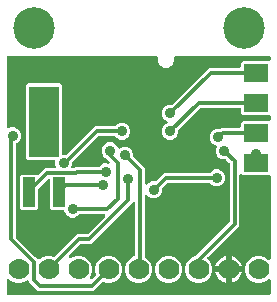
<source format=gbr>
G04 EAGLE Gerber RS-274X export*
G75*
%MOMM*%
%FSLAX34Y34*%
%LPD*%
%INBottom Copper*%
%IPPOS*%
%AMOC8*
5,1,8,0,0,1.08239X$1,22.5*%
G01*
%ADD10R,2.000000X1.500000*%
%ADD11C,3.516000*%
%ADD12C,1.778000*%
%ADD13R,2.500000X6.000000*%
%ADD14R,1.000000X2.500000*%
%ADD15C,0.906400*%
%ADD16C,0.304800*%

G36*
X224908Y2556D02*
X224908Y2556D01*
X225027Y2563D01*
X225065Y2576D01*
X225106Y2581D01*
X225216Y2624D01*
X225329Y2661D01*
X225364Y2683D01*
X225401Y2698D01*
X225497Y2767D01*
X225598Y2831D01*
X225626Y2861D01*
X225659Y2884D01*
X225735Y2976D01*
X225816Y3063D01*
X225836Y3098D01*
X225861Y3129D01*
X225912Y3237D01*
X225970Y3341D01*
X225980Y3381D01*
X225997Y3417D01*
X226019Y3534D01*
X226049Y3649D01*
X226053Y3709D01*
X226057Y3729D01*
X226055Y3750D01*
X226059Y3810D01*
X226059Y15060D01*
X226042Y15197D01*
X226029Y15336D01*
X226022Y15355D01*
X226019Y15375D01*
X225968Y15504D01*
X225921Y15635D01*
X225910Y15652D01*
X225902Y15671D01*
X225821Y15783D01*
X225743Y15898D01*
X225727Y15912D01*
X225716Y15928D01*
X225608Y16017D01*
X225504Y16109D01*
X225486Y16118D01*
X225471Y16131D01*
X225345Y16190D01*
X225221Y16253D01*
X225201Y16258D01*
X225183Y16266D01*
X225046Y16293D01*
X224911Y16323D01*
X224890Y16322D01*
X224871Y16326D01*
X224732Y16318D01*
X224593Y16313D01*
X224573Y16308D01*
X224553Y16306D01*
X224421Y16264D01*
X224287Y16225D01*
X224270Y16215D01*
X224251Y16208D01*
X224133Y16134D01*
X224013Y16063D01*
X223992Y16045D01*
X223982Y16038D01*
X223968Y16023D01*
X223893Y15957D01*
X222375Y14439D01*
X218174Y12699D01*
X213626Y12699D01*
X209425Y14439D01*
X206209Y17655D01*
X204469Y21856D01*
X204469Y26404D01*
X206209Y30605D01*
X209425Y33821D01*
X213626Y35561D01*
X218174Y35561D01*
X222375Y33821D01*
X223893Y32303D01*
X224002Y32218D01*
X224109Y32129D01*
X224128Y32120D01*
X224144Y32108D01*
X224272Y32053D01*
X224397Y31994D01*
X224417Y31990D01*
X224436Y31982D01*
X224574Y31960D01*
X224710Y31934D01*
X224730Y31935D01*
X224750Y31932D01*
X224889Y31945D01*
X225027Y31954D01*
X225046Y31960D01*
X225066Y31962D01*
X225198Y32009D01*
X225329Y32052D01*
X225347Y32062D01*
X225366Y32069D01*
X225481Y32147D01*
X225598Y32222D01*
X225612Y32236D01*
X225629Y32248D01*
X225721Y32352D01*
X225816Y32453D01*
X225826Y32471D01*
X225839Y32486D01*
X225903Y32610D01*
X225970Y32732D01*
X225975Y32751D01*
X225984Y32769D01*
X226014Y32905D01*
X226049Y33040D01*
X226051Y33068D01*
X226054Y33080D01*
X226053Y33100D01*
X226059Y33200D01*
X226059Y102990D01*
X226044Y103108D01*
X226037Y103227D01*
X226024Y103265D01*
X226019Y103306D01*
X225976Y103416D01*
X225939Y103529D01*
X225917Y103564D01*
X225902Y103601D01*
X225833Y103697D01*
X225769Y103798D01*
X225739Y103826D01*
X225716Y103859D01*
X225624Y103935D01*
X225537Y104016D01*
X225502Y104036D01*
X225471Y104061D01*
X225363Y104112D01*
X225259Y104170D01*
X225219Y104180D01*
X225183Y104197D01*
X225066Y104219D01*
X224951Y104249D01*
X224891Y104253D01*
X224871Y104257D01*
X224850Y104255D01*
X224790Y104259D01*
X202308Y104259D01*
X201811Y104755D01*
X201702Y104840D01*
X201595Y104929D01*
X201576Y104938D01*
X201560Y104950D01*
X201432Y105006D01*
X201307Y105065D01*
X201287Y105069D01*
X201268Y105077D01*
X201130Y105099D01*
X200994Y105125D01*
X200974Y105123D01*
X200954Y105127D01*
X200815Y105113D01*
X200677Y105105D01*
X200658Y105099D01*
X200638Y105097D01*
X200507Y105050D01*
X200375Y105007D01*
X200357Y104996D01*
X200338Y104989D01*
X200224Y104911D01*
X200106Y104837D01*
X200092Y104822D01*
X200075Y104811D01*
X199983Y104706D01*
X199888Y104605D01*
X199878Y104587D01*
X199865Y104572D01*
X199802Y104448D01*
X199734Y104327D01*
X199729Y104307D01*
X199720Y104289D01*
X199690Y104153D01*
X199655Y104019D01*
X199653Y103991D01*
X199650Y103979D01*
X199651Y103958D01*
X199645Y103858D01*
X199645Y61206D01*
X196892Y58454D01*
X172814Y34376D01*
X172741Y34282D01*
X172663Y34193D01*
X172644Y34157D01*
X172619Y34125D01*
X172572Y34015D01*
X172518Y33909D01*
X172509Y33870D01*
X172493Y33833D01*
X172474Y33715D01*
X172448Y33599D01*
X172450Y33559D01*
X172443Y33519D01*
X172454Y33400D01*
X172458Y33281D01*
X172469Y33242D01*
X172473Y33202D01*
X172513Y33090D01*
X172546Y32976D01*
X172567Y32941D01*
X172581Y32903D01*
X172648Y32804D01*
X172708Y32702D01*
X172748Y32657D01*
X172759Y32640D01*
X172775Y32626D01*
X172814Y32581D01*
X174791Y30605D01*
X176531Y26404D01*
X176531Y21856D01*
X174791Y17655D01*
X171575Y14439D01*
X167374Y12699D01*
X162826Y12699D01*
X158625Y14439D01*
X155409Y17655D01*
X153669Y21856D01*
X153669Y26404D01*
X155409Y30605D01*
X158625Y33821D01*
X162040Y35235D01*
X162048Y35240D01*
X162057Y35242D01*
X162186Y35318D01*
X162316Y35393D01*
X162323Y35399D01*
X162331Y35404D01*
X162452Y35510D01*
X191144Y64202D01*
X191204Y64280D01*
X191272Y64352D01*
X191301Y64405D01*
X191338Y64453D01*
X191378Y64544D01*
X191426Y64631D01*
X191441Y64689D01*
X191465Y64745D01*
X191480Y64843D01*
X191505Y64939D01*
X191511Y65039D01*
X191515Y65059D01*
X191513Y65071D01*
X191515Y65099D01*
X191515Y113361D01*
X191503Y113459D01*
X191500Y113558D01*
X191483Y113616D01*
X191475Y113676D01*
X191439Y113768D01*
X191411Y113863D01*
X191381Y113915D01*
X191358Y113972D01*
X191300Y114052D01*
X191250Y114137D01*
X191184Y114213D01*
X191172Y114229D01*
X191162Y114237D01*
X191144Y114258D01*
X188386Y117016D01*
X188308Y117076D01*
X188236Y117144D01*
X188183Y117173D01*
X188135Y117210D01*
X188044Y117250D01*
X187957Y117298D01*
X187899Y117313D01*
X187843Y117337D01*
X187745Y117352D01*
X187649Y117377D01*
X187549Y117383D01*
X187529Y117387D01*
X187517Y117385D01*
X187489Y117387D01*
X185283Y117387D01*
X182684Y118464D01*
X180694Y120454D01*
X179617Y123053D01*
X179617Y125867D01*
X180260Y127420D01*
X180292Y127534D01*
X180331Y127647D01*
X180334Y127687D01*
X180344Y127726D01*
X180346Y127845D01*
X180356Y127964D01*
X180349Y128004D01*
X180349Y128044D01*
X180322Y128160D01*
X180301Y128277D01*
X180285Y128314D01*
X180275Y128354D01*
X180220Y128459D01*
X180171Y128567D01*
X180146Y128599D01*
X180127Y128635D01*
X180047Y128723D01*
X179972Y128816D01*
X179940Y128840D01*
X179913Y128870D01*
X179813Y128935D01*
X179718Y129007D01*
X179664Y129034D01*
X179647Y129045D01*
X179628Y129052D01*
X179574Y129078D01*
X177604Y129894D01*
X175614Y131884D01*
X174537Y134483D01*
X174537Y137297D01*
X175614Y139896D01*
X177604Y141886D01*
X180203Y142963D01*
X182409Y142963D01*
X182507Y142975D01*
X182606Y142978D01*
X182664Y142995D01*
X182724Y143003D01*
X182816Y143039D01*
X182911Y143067D01*
X182963Y143097D01*
X183020Y143120D01*
X183100Y143178D01*
X183185Y143228D01*
X183261Y143294D01*
X183277Y143306D01*
X183285Y143316D01*
X183306Y143334D01*
X183736Y143765D01*
X199550Y143765D01*
X199668Y143780D01*
X199787Y143787D01*
X199825Y143800D01*
X199866Y143805D01*
X199976Y143848D01*
X200089Y143885D01*
X200124Y143907D01*
X200161Y143922D01*
X200257Y143991D01*
X200358Y144055D01*
X200386Y144085D01*
X200419Y144108D01*
X200495Y144200D01*
X200576Y144287D01*
X200596Y144322D01*
X200621Y144353D01*
X200672Y144461D01*
X200730Y144565D01*
X200740Y144605D01*
X200757Y144641D01*
X200779Y144758D01*
X200809Y144873D01*
X200813Y144933D01*
X200817Y144953D01*
X200815Y144974D01*
X200819Y145034D01*
X200819Y148252D01*
X202308Y149741D01*
X224790Y149741D01*
X224908Y149756D01*
X225027Y149763D01*
X225065Y149776D01*
X225106Y149781D01*
X225216Y149824D01*
X225329Y149861D01*
X225364Y149883D01*
X225401Y149898D01*
X225497Y149967D01*
X225598Y150031D01*
X225626Y150061D01*
X225659Y150084D01*
X225735Y150176D01*
X225816Y150263D01*
X225836Y150298D01*
X225861Y150329D01*
X225912Y150437D01*
X225970Y150541D01*
X225980Y150581D01*
X225997Y150617D01*
X226019Y150734D01*
X226049Y150849D01*
X226053Y150909D01*
X226057Y150929D01*
X226055Y150950D01*
X226056Y150959D01*
X226057Y150962D01*
X226056Y150966D01*
X226059Y151010D01*
X226059Y153790D01*
X226044Y153908D01*
X226037Y154027D01*
X226024Y154065D01*
X226019Y154106D01*
X225976Y154216D01*
X225939Y154329D01*
X225917Y154364D01*
X225902Y154401D01*
X225833Y154497D01*
X225769Y154598D01*
X225739Y154626D01*
X225716Y154659D01*
X225624Y154735D01*
X225537Y154816D01*
X225502Y154836D01*
X225471Y154861D01*
X225363Y154912D01*
X225259Y154970D01*
X225219Y154980D01*
X225183Y154997D01*
X225066Y155019D01*
X224951Y155049D01*
X224891Y155053D01*
X224871Y155057D01*
X224850Y155055D01*
X224790Y155059D01*
X202308Y155059D01*
X200819Y156548D01*
X200819Y159766D01*
X200804Y159884D01*
X200797Y160003D01*
X200784Y160041D01*
X200779Y160082D01*
X200736Y160192D01*
X200699Y160305D01*
X200677Y160340D01*
X200662Y160377D01*
X200593Y160473D01*
X200529Y160574D01*
X200499Y160602D01*
X200476Y160635D01*
X200384Y160711D01*
X200297Y160792D01*
X200262Y160812D01*
X200231Y160837D01*
X200123Y160888D01*
X200019Y160946D01*
X199979Y160956D01*
X199943Y160973D01*
X199826Y160995D01*
X199711Y161025D01*
X199651Y161029D01*
X199631Y161033D01*
X199610Y161031D01*
X199550Y161035D01*
X167309Y161035D01*
X167211Y161023D01*
X167112Y161020D01*
X167054Y161003D01*
X166994Y160995D01*
X166902Y160959D01*
X166807Y160931D01*
X166755Y160901D01*
X166698Y160878D01*
X166618Y160820D01*
X166533Y160770D01*
X166457Y160704D01*
X166441Y160692D01*
X166433Y160682D01*
X166412Y160664D01*
X148414Y142666D01*
X148354Y142588D01*
X148286Y142516D01*
X148257Y142463D01*
X148220Y142415D01*
X148180Y142324D01*
X148132Y142237D01*
X148117Y142179D01*
X148093Y142123D01*
X148078Y142025D01*
X148053Y141929D01*
X148047Y141829D01*
X148043Y141809D01*
X148045Y141797D01*
X148043Y141769D01*
X148043Y139563D01*
X146966Y136964D01*
X144976Y134974D01*
X142377Y133897D01*
X139563Y133897D01*
X136964Y134974D01*
X134974Y136964D01*
X133897Y139563D01*
X133897Y142377D01*
X134974Y144976D01*
X136964Y146966D01*
X138053Y147417D01*
X138174Y147486D01*
X138297Y147551D01*
X138312Y147565D01*
X138330Y147575D01*
X138429Y147672D01*
X138532Y147765D01*
X138544Y147782D01*
X138558Y147796D01*
X138631Y147915D01*
X138707Y148031D01*
X138714Y148050D01*
X138724Y148067D01*
X138765Y148200D01*
X138810Y148332D01*
X138812Y148352D01*
X138818Y148371D01*
X138825Y148510D01*
X138836Y148649D01*
X138832Y148669D01*
X138833Y148689D01*
X138805Y148825D01*
X138781Y148962D01*
X138773Y148981D01*
X138769Y149000D01*
X138708Y149125D01*
X138651Y149252D01*
X138638Y149268D01*
X138629Y149286D01*
X138539Y149391D01*
X138452Y149500D01*
X138436Y149513D01*
X138423Y149528D01*
X138309Y149608D01*
X138198Y149692D01*
X138173Y149704D01*
X138163Y149711D01*
X138144Y149718D01*
X138053Y149763D01*
X136964Y150214D01*
X134974Y152204D01*
X133897Y154803D01*
X133897Y157617D01*
X134974Y160216D01*
X136964Y162206D01*
X139563Y163283D01*
X141769Y163283D01*
X141867Y163295D01*
X141966Y163298D01*
X142024Y163315D01*
X142084Y163323D01*
X142176Y163359D01*
X142271Y163387D01*
X142323Y163417D01*
X142380Y163440D01*
X142460Y163498D01*
X142545Y163548D01*
X142621Y163614D01*
X142637Y163626D01*
X142645Y163636D01*
X142666Y163654D01*
X173576Y194565D01*
X199550Y194565D01*
X199668Y194580D01*
X199787Y194587D01*
X199825Y194600D01*
X199866Y194605D01*
X199976Y194648D01*
X200089Y194685D01*
X200124Y194707D01*
X200161Y194722D01*
X200257Y194791D01*
X200358Y194855D01*
X200386Y194885D01*
X200419Y194908D01*
X200495Y195000D01*
X200576Y195087D01*
X200596Y195122D01*
X200621Y195153D01*
X200672Y195261D01*
X200730Y195365D01*
X200740Y195405D01*
X200757Y195441D01*
X200779Y195558D01*
X200809Y195673D01*
X200813Y195733D01*
X200817Y195753D01*
X200815Y195774D01*
X200819Y195834D01*
X200819Y199052D01*
X202308Y200541D01*
X224790Y200541D01*
X224908Y200556D01*
X225027Y200563D01*
X225065Y200576D01*
X225106Y200581D01*
X225216Y200624D01*
X225329Y200661D01*
X225364Y200683D01*
X225401Y200698D01*
X225497Y200767D01*
X225598Y200831D01*
X225626Y200861D01*
X225659Y200884D01*
X225735Y200976D01*
X225816Y201063D01*
X225836Y201098D01*
X225861Y201129D01*
X225912Y201237D01*
X225970Y201341D01*
X225980Y201381D01*
X225997Y201417D01*
X226019Y201534D01*
X226049Y201649D01*
X226053Y201709D01*
X226057Y201729D01*
X226057Y201732D01*
X226056Y201751D01*
X226059Y201810D01*
X226059Y203200D01*
X226044Y203318D01*
X226037Y203437D01*
X226024Y203475D01*
X226019Y203516D01*
X225976Y203626D01*
X225939Y203739D01*
X225917Y203774D01*
X225902Y203811D01*
X225833Y203907D01*
X225769Y204008D01*
X225739Y204036D01*
X225716Y204069D01*
X225624Y204145D01*
X225537Y204226D01*
X225502Y204246D01*
X225471Y204271D01*
X225363Y204322D01*
X225259Y204380D01*
X225219Y204390D01*
X225183Y204407D01*
X225066Y204429D01*
X224951Y204459D01*
X224891Y204463D01*
X224871Y204467D01*
X224850Y204465D01*
X224790Y204469D01*
X145880Y204469D01*
X145762Y204454D01*
X145643Y204447D01*
X145605Y204434D01*
X145564Y204429D01*
X145454Y204386D01*
X145341Y204349D01*
X145306Y204327D01*
X145269Y204312D01*
X145173Y204243D01*
X145072Y204179D01*
X145044Y204149D01*
X145011Y204126D01*
X144935Y204034D01*
X144854Y203947D01*
X144834Y203912D01*
X144809Y203881D01*
X144758Y203773D01*
X144700Y203669D01*
X144690Y203629D01*
X144673Y203593D01*
X144651Y203476D01*
X144621Y203361D01*
X144617Y203301D01*
X144613Y203281D01*
X144615Y203260D01*
X144611Y203200D01*
X144611Y200579D01*
X143539Y197992D01*
X141558Y196011D01*
X138971Y194939D01*
X136169Y194939D01*
X133582Y196011D01*
X131601Y197992D01*
X130529Y200579D01*
X130529Y203200D01*
X130514Y203318D01*
X130507Y203437D01*
X130494Y203475D01*
X130489Y203516D01*
X130446Y203626D01*
X130409Y203739D01*
X130387Y203774D01*
X130372Y203811D01*
X130303Y203907D01*
X130239Y204008D01*
X130209Y204036D01*
X130186Y204069D01*
X130094Y204145D01*
X130007Y204226D01*
X129972Y204246D01*
X129941Y204271D01*
X129833Y204322D01*
X129729Y204380D01*
X129689Y204390D01*
X129653Y204407D01*
X129536Y204429D01*
X129421Y204459D01*
X129361Y204463D01*
X129341Y204467D01*
X129320Y204465D01*
X129260Y204469D01*
X3810Y204469D01*
X3692Y204454D01*
X3573Y204447D01*
X3535Y204434D01*
X3494Y204429D01*
X3384Y204386D01*
X3271Y204349D01*
X3236Y204327D01*
X3199Y204312D01*
X3103Y204243D01*
X3002Y204179D01*
X2974Y204149D01*
X2941Y204126D01*
X2865Y204034D01*
X2784Y203947D01*
X2764Y203912D01*
X2739Y203881D01*
X2688Y203773D01*
X2630Y203669D01*
X2620Y203629D01*
X2603Y203593D01*
X2581Y203476D01*
X2551Y203361D01*
X2547Y203301D01*
X2543Y203281D01*
X2545Y203260D01*
X2541Y203200D01*
X2541Y144611D01*
X2547Y144562D01*
X2545Y144512D01*
X2567Y144405D01*
X2581Y144296D01*
X2599Y144249D01*
X2609Y144201D01*
X2657Y144102D01*
X2698Y144000D01*
X2727Y143960D01*
X2749Y143915D01*
X2820Y143832D01*
X2884Y143743D01*
X2923Y143711D01*
X2955Y143673D01*
X3045Y143610D01*
X3129Y143540D01*
X3174Y143519D01*
X3215Y143490D01*
X3318Y143451D01*
X3417Y143404D01*
X3466Y143395D01*
X3512Y143377D01*
X3622Y143365D01*
X3729Y143344D01*
X3779Y143348D01*
X3828Y143342D01*
X3937Y143357D01*
X4047Y143364D01*
X4094Y143379D01*
X4143Y143386D01*
X4296Y143438D01*
X6213Y144233D01*
X9027Y144233D01*
X11626Y143156D01*
X13616Y141166D01*
X14693Y138567D01*
X14693Y135753D01*
X13616Y133154D01*
X11626Y131164D01*
X11198Y130987D01*
X11173Y130972D01*
X11145Y130963D01*
X11035Y130894D01*
X10922Y130829D01*
X10901Y130809D01*
X10876Y130793D01*
X10787Y130698D01*
X10694Y130608D01*
X10678Y130583D01*
X10658Y130561D01*
X10595Y130447D01*
X10527Y130337D01*
X10519Y130309D01*
X10504Y130283D01*
X10472Y130157D01*
X10434Y130033D01*
X10432Y130003D01*
X10425Y129975D01*
X10415Y129814D01*
X10415Y51739D01*
X10427Y51641D01*
X10430Y51542D01*
X10447Y51484D01*
X10455Y51424D01*
X10491Y51332D01*
X10519Y51237D01*
X10549Y51185D01*
X10572Y51128D01*
X10630Y51048D01*
X10680Y50963D01*
X10746Y50887D01*
X10758Y50871D01*
X10768Y50863D01*
X10786Y50842D01*
X26712Y34916D01*
X28819Y32809D01*
X28913Y32736D01*
X29002Y32658D01*
X29038Y32639D01*
X29070Y32614D01*
X29180Y32567D01*
X29286Y32513D01*
X29325Y32504D01*
X29362Y32488D01*
X29480Y32469D01*
X29596Y32443D01*
X29636Y32445D01*
X29676Y32438D01*
X29795Y32449D01*
X29914Y32453D01*
X29953Y32464D01*
X29993Y32468D01*
X30105Y32508D01*
X30219Y32541D01*
X30254Y32562D01*
X30292Y32576D01*
X30391Y32643D01*
X30493Y32703D01*
X30538Y32743D01*
X30555Y32754D01*
X30569Y32770D01*
X30614Y32809D01*
X31625Y33821D01*
X35826Y35561D01*
X40374Y35561D01*
X42000Y34887D01*
X42029Y34879D01*
X42055Y34866D01*
X42182Y34837D01*
X42307Y34803D01*
X42337Y34803D01*
X42366Y34796D01*
X42495Y34800D01*
X42625Y34798D01*
X42654Y34805D01*
X42683Y34806D01*
X42808Y34842D01*
X42934Y34872D01*
X42961Y34886D01*
X42989Y34894D01*
X43101Y34960D01*
X43216Y35021D01*
X43237Y35041D01*
X43263Y35056D01*
X43384Y35162D01*
X61816Y53595D01*
X70181Y53595D01*
X70279Y53607D01*
X70378Y53610D01*
X70436Y53627D01*
X70496Y53635D01*
X70588Y53671D01*
X70683Y53699D01*
X70735Y53729D01*
X70792Y53752D01*
X70872Y53810D01*
X70957Y53860D01*
X71033Y53926D01*
X71049Y53938D01*
X71057Y53948D01*
X71078Y53966D01*
X85810Y68699D01*
X85895Y68808D01*
X85984Y68915D01*
X85993Y68934D01*
X86005Y68950D01*
X86061Y69078D01*
X86120Y69203D01*
X86123Y69223D01*
X86131Y69242D01*
X86153Y69380D01*
X86179Y69516D01*
X86178Y69536D01*
X86181Y69556D01*
X86168Y69695D01*
X86160Y69833D01*
X86153Y69852D01*
X86151Y69872D01*
X86104Y70004D01*
X86062Y70135D01*
X86051Y70153D01*
X86044Y70172D01*
X85966Y70287D01*
X85891Y70404D01*
X85877Y70418D01*
X85865Y70435D01*
X85761Y70527D01*
X85660Y70622D01*
X85642Y70632D01*
X85627Y70645D01*
X85503Y70708D01*
X85381Y70776D01*
X85362Y70781D01*
X85344Y70790D01*
X85208Y70820D01*
X85073Y70855D01*
X85045Y70857D01*
X85033Y70860D01*
X85013Y70859D01*
X84913Y70865D01*
X64883Y70865D01*
X64785Y70853D01*
X64686Y70850D01*
X64628Y70833D01*
X64568Y70825D01*
X64476Y70789D01*
X64381Y70761D01*
X64328Y70731D01*
X64272Y70708D01*
X64192Y70650D01*
X64107Y70600D01*
X64031Y70534D01*
X64015Y70522D01*
X64007Y70512D01*
X63986Y70494D01*
X62426Y68934D01*
X59827Y67857D01*
X57013Y67857D01*
X54414Y68934D01*
X52424Y70924D01*
X51392Y73416D01*
X51377Y73441D01*
X51368Y73469D01*
X51299Y73579D01*
X51234Y73692D01*
X51214Y73713D01*
X51198Y73738D01*
X51103Y73827D01*
X51013Y73920D01*
X50988Y73936D01*
X50966Y73956D01*
X50852Y74019D01*
X50742Y74087D01*
X50714Y74095D01*
X50688Y74110D01*
X50562Y74142D01*
X50438Y74180D01*
X50408Y74182D01*
X50380Y74189D01*
X50219Y74199D01*
X40938Y74199D01*
X39449Y75688D01*
X39449Y99217D01*
X39432Y99354D01*
X39419Y99493D01*
X39412Y99512D01*
X39409Y99532D01*
X39358Y99661D01*
X39311Y99792D01*
X39300Y99809D01*
X39292Y99828D01*
X39211Y99940D01*
X39133Y100055D01*
X39117Y100069D01*
X39106Y100085D01*
X38998Y100174D01*
X38894Y100266D01*
X38876Y100275D01*
X38861Y100288D01*
X38735Y100347D01*
X38611Y100410D01*
X38591Y100415D01*
X38573Y100424D01*
X38437Y100450D01*
X38301Y100480D01*
X38280Y100480D01*
X38261Y100483D01*
X38122Y100475D01*
X37983Y100470D01*
X37963Y100465D01*
X37943Y100464D01*
X37811Y100421D01*
X37677Y100382D01*
X37660Y100372D01*
X37641Y100366D01*
X37523Y100291D01*
X37403Y100221D01*
X37382Y100202D01*
X37372Y100195D01*
X37358Y100180D01*
X37283Y100114D01*
X29502Y92334D01*
X29442Y92256D01*
X29374Y92184D01*
X29345Y92131D01*
X29308Y92083D01*
X29268Y91992D01*
X29220Y91905D01*
X29205Y91847D01*
X29181Y91791D01*
X29166Y91693D01*
X29141Y91597D01*
X29135Y91497D01*
X29131Y91477D01*
X29133Y91465D01*
X29131Y91437D01*
X29131Y75688D01*
X27642Y74199D01*
X15538Y74199D01*
X14049Y75688D01*
X14049Y102792D01*
X15538Y104281D01*
X27642Y104281D01*
X27900Y104023D01*
X27994Y103950D01*
X28083Y103872D01*
X28119Y103853D01*
X28151Y103828D01*
X28260Y103781D01*
X28366Y103727D01*
X28406Y103718D01*
X28443Y103702D01*
X28561Y103683D01*
X28677Y103657D01*
X28717Y103658D01*
X28757Y103652D01*
X28876Y103663D01*
X28995Y103667D01*
X29033Y103678D01*
X29074Y103682D01*
X29186Y103722D01*
X29300Y103755D01*
X29335Y103776D01*
X29373Y103790D01*
X29471Y103856D01*
X29574Y103917D01*
X29619Y103957D01*
X29636Y103968D01*
X29650Y103983D01*
X29695Y104023D01*
X35146Y109475D01*
X43033Y109475D01*
X43083Y109481D01*
X43132Y109479D01*
X43240Y109501D01*
X43349Y109515D01*
X43395Y109533D01*
X43444Y109543D01*
X43542Y109591D01*
X43644Y109632D01*
X43685Y109661D01*
X43729Y109683D01*
X43813Y109754D01*
X43902Y109818D01*
X43934Y109857D01*
X43971Y109889D01*
X44035Y109979D01*
X44105Y110063D01*
X44126Y110108D01*
X44154Y110149D01*
X44193Y110252D01*
X44240Y110351D01*
X44249Y110400D01*
X44267Y110446D01*
X44279Y110556D01*
X44300Y110663D01*
X44297Y110713D01*
X44302Y110762D01*
X44287Y110871D01*
X44280Y110981D01*
X44265Y111028D01*
X44258Y111077D01*
X44206Y111230D01*
X43727Y112385D01*
X43727Y115430D01*
X43712Y115548D01*
X43705Y115667D01*
X43692Y115705D01*
X43687Y115746D01*
X43644Y115856D01*
X43607Y115969D01*
X43585Y116004D01*
X43570Y116041D01*
X43501Y116137D01*
X43437Y116238D01*
X43407Y116266D01*
X43384Y116299D01*
X43292Y116375D01*
X43205Y116456D01*
X43170Y116476D01*
X43139Y116501D01*
X43031Y116552D01*
X42927Y116610D01*
X42887Y116620D01*
X42851Y116637D01*
X42734Y116659D01*
X42619Y116689D01*
X42559Y116693D01*
X42539Y116697D01*
X42518Y116695D01*
X42458Y116699D01*
X20738Y116699D01*
X19249Y118188D01*
X19249Y180292D01*
X20738Y181781D01*
X47842Y181781D01*
X49331Y180292D01*
X49331Y122134D01*
X49346Y122016D01*
X49353Y121897D01*
X49366Y121859D01*
X49371Y121818D01*
X49414Y121708D01*
X49451Y121595D01*
X49473Y121560D01*
X49488Y121523D01*
X49557Y121427D01*
X49621Y121326D01*
X49651Y121298D01*
X49674Y121265D01*
X49766Y121189D01*
X49853Y121108D01*
X49888Y121088D01*
X49919Y121063D01*
X50027Y121012D01*
X50131Y120954D01*
X50171Y120944D01*
X50207Y120927D01*
X50324Y120905D01*
X50439Y120875D01*
X50499Y120871D01*
X50519Y120867D01*
X50540Y120869D01*
X50600Y120865D01*
X52361Y120865D01*
X52459Y120877D01*
X52558Y120880D01*
X52616Y120897D01*
X52676Y120905D01*
X52768Y120941D01*
X52863Y120969D01*
X52915Y120999D01*
X52972Y121022D01*
X53052Y121080D01*
X53137Y121130D01*
X53213Y121196D01*
X53229Y121208D01*
X53237Y121218D01*
X53258Y121236D01*
X77056Y145035D01*
X93867Y145035D01*
X93965Y145047D01*
X94064Y145050D01*
X94122Y145067D01*
X94182Y145075D01*
X94274Y145111D01*
X94369Y145139D01*
X94422Y145169D01*
X94478Y145192D01*
X94558Y145250D01*
X94643Y145300D01*
X94719Y145366D01*
X94735Y145378D01*
X94743Y145388D01*
X94764Y145406D01*
X96324Y146966D01*
X98923Y148043D01*
X101737Y148043D01*
X104336Y146966D01*
X106326Y144976D01*
X107403Y142377D01*
X107403Y139563D01*
X106326Y136964D01*
X104336Y134974D01*
X101737Y133897D01*
X98923Y133897D01*
X96324Y134974D01*
X94764Y136534D01*
X94686Y136594D01*
X94614Y136662D01*
X94561Y136691D01*
X94513Y136728D01*
X94422Y136768D01*
X94335Y136816D01*
X94277Y136831D01*
X94221Y136855D01*
X94123Y136870D01*
X94027Y136895D01*
X93927Y136901D01*
X93907Y136905D01*
X93895Y136903D01*
X93867Y136905D01*
X80949Y136905D01*
X80851Y136893D01*
X80752Y136890D01*
X80694Y136873D01*
X80634Y136865D01*
X80542Y136829D01*
X80447Y136801D01*
X80395Y136771D01*
X80338Y136748D01*
X80258Y136690D01*
X80173Y136640D01*
X80097Y136574D01*
X80081Y136562D01*
X80073Y136552D01*
X80052Y136534D01*
X58244Y114726D01*
X58184Y114648D01*
X58116Y114576D01*
X58087Y114523D01*
X58050Y114475D01*
X58010Y114384D01*
X57962Y114297D01*
X57947Y114239D01*
X57923Y114183D01*
X57908Y114085D01*
X57883Y113989D01*
X57877Y113889D01*
X57873Y113869D01*
X57875Y113857D01*
X57873Y113829D01*
X57873Y112385D01*
X57394Y111230D01*
X57381Y111182D01*
X57360Y111137D01*
X57339Y111029D01*
X57310Y110923D01*
X57309Y110873D01*
X57300Y110824D01*
X57307Y110715D01*
X57305Y110605D01*
X57317Y110557D01*
X57320Y110507D01*
X57354Y110403D01*
X57379Y110296D01*
X57403Y110252D01*
X57418Y110205D01*
X57477Y110112D01*
X57528Y110015D01*
X57561Y109978D01*
X57588Y109936D01*
X57668Y109861D01*
X57742Y109779D01*
X57783Y109752D01*
X57820Y109718D01*
X57916Y109665D01*
X58008Y109605D01*
X58055Y109588D01*
X58098Y109564D01*
X58204Y109537D01*
X58308Y109501D01*
X58358Y109497D01*
X58406Y109485D01*
X58567Y109475D01*
X58751Y109475D01*
X58849Y109487D01*
X58948Y109490D01*
X59006Y109507D01*
X59066Y109515D01*
X59158Y109551D01*
X59253Y109579D01*
X59305Y109609D01*
X59362Y109632D01*
X59442Y109690D01*
X59527Y109740D01*
X59603Y109806D01*
X59619Y109818D01*
X59627Y109828D01*
X59648Y109846D01*
X60546Y110745D01*
X79897Y110745D01*
X79995Y110757D01*
X80094Y110760D01*
X80152Y110777D01*
X80212Y110785D01*
X80304Y110821D01*
X80399Y110849D01*
X80452Y110879D01*
X80508Y110902D01*
X80588Y110960D01*
X80673Y111010D01*
X80749Y111076D01*
X80765Y111088D01*
X80773Y111098D01*
X80794Y111116D01*
X82354Y112676D01*
X84953Y113753D01*
X87767Y113753D01*
X87935Y113683D01*
X88003Y113665D01*
X88067Y113637D01*
X88155Y113623D01*
X88242Y113599D01*
X88312Y113598D01*
X88381Y113587D01*
X88470Y113595D01*
X88560Y113594D01*
X88628Y113610D01*
X88697Y113617D01*
X88782Y113647D01*
X88869Y113668D01*
X88931Y113701D01*
X88997Y113724D01*
X89071Y113775D01*
X89150Y113817D01*
X89202Y113864D01*
X89260Y113903D01*
X89319Y113970D01*
X89386Y114031D01*
X89424Y114089D01*
X89470Y114141D01*
X89511Y114221D01*
X89561Y114296D01*
X89583Y114362D01*
X89615Y114425D01*
X89635Y114512D01*
X89664Y114597D01*
X89669Y114667D01*
X89685Y114735D01*
X89682Y114825D01*
X89689Y114914D01*
X89677Y114983D01*
X89675Y115053D01*
X89650Y115139D01*
X89635Y115228D01*
X89606Y115291D01*
X89586Y115358D01*
X89541Y115436D01*
X89504Y115518D01*
X89460Y115572D01*
X89425Y115632D01*
X89319Y115753D01*
X87100Y117972D01*
X87093Y117977D01*
X87087Y117985D01*
X86967Y118075D01*
X86849Y118167D01*
X86840Y118170D01*
X86833Y118176D01*
X86688Y118247D01*
X86164Y118464D01*
X84174Y120454D01*
X83097Y123053D01*
X83097Y125867D01*
X84174Y128466D01*
X86164Y130456D01*
X88763Y131533D01*
X91577Y131533D01*
X94176Y130456D01*
X96166Y128466D01*
X96762Y127027D01*
X96787Y126983D01*
X96804Y126937D01*
X96865Y126846D01*
X96920Y126750D01*
X96954Y126715D01*
X96982Y126673D01*
X97065Y126601D01*
X97141Y126522D01*
X97184Y126496D01*
X97221Y126463D01*
X97319Y126413D01*
X97412Y126356D01*
X97460Y126341D01*
X97504Y126318D01*
X97611Y126294D01*
X97716Y126262D01*
X97766Y126260D01*
X97814Y126249D01*
X97924Y126252D01*
X98034Y126247D01*
X98083Y126257D01*
X98132Y126258D01*
X98238Y126289D01*
X98345Y126311D01*
X98390Y126333D01*
X98438Y126347D01*
X98532Y126403D01*
X98631Y126451D01*
X98669Y126483D01*
X98712Y126508D01*
X98833Y126615D01*
X98864Y126646D01*
X101463Y127723D01*
X104277Y127723D01*
X106876Y126646D01*
X108866Y124656D01*
X109943Y122057D01*
X109943Y119851D01*
X109955Y119753D01*
X109958Y119654D01*
X109975Y119596D01*
X109983Y119536D01*
X110019Y119444D01*
X110047Y119349D01*
X110077Y119297D01*
X110100Y119240D01*
X110158Y119160D01*
X110208Y119075D01*
X110274Y118999D01*
X110286Y118983D01*
X110296Y118975D01*
X110314Y118954D01*
X119635Y109634D01*
X119635Y97141D01*
X119652Y97003D01*
X119665Y96865D01*
X119672Y96846D01*
X119675Y96826D01*
X119726Y96697D01*
X119773Y96566D01*
X119784Y96549D01*
X119792Y96530D01*
X119873Y96418D01*
X119951Y96303D01*
X119967Y96289D01*
X119978Y96273D01*
X120086Y96184D01*
X120190Y96092D01*
X120208Y96083D01*
X120223Y96070D01*
X120349Y96011D01*
X120473Y95947D01*
X120493Y95943D01*
X120511Y95934D01*
X120648Y95908D01*
X120783Y95878D01*
X120804Y95878D01*
X120823Y95875D01*
X120962Y95883D01*
X121101Y95887D01*
X121121Y95893D01*
X121141Y95894D01*
X121273Y95937D01*
X121407Y95976D01*
X121424Y95986D01*
X121443Y95992D01*
X121561Y96067D01*
X121681Y96137D01*
X121702Y96156D01*
X121712Y96163D01*
X121726Y96178D01*
X121801Y96244D01*
X122994Y97436D01*
X125593Y98513D01*
X127799Y98513D01*
X127897Y98525D01*
X127996Y98528D01*
X128054Y98545D01*
X128114Y98553D01*
X128206Y98589D01*
X128301Y98617D01*
X128353Y98647D01*
X128410Y98670D01*
X128490Y98728D01*
X128575Y98778D01*
X128651Y98844D01*
X128667Y98856D01*
X128675Y98866D01*
X128696Y98884D01*
X135443Y105632D01*
X173807Y105632D01*
X173905Y105644D01*
X174004Y105647D01*
X174063Y105664D01*
X174123Y105671D01*
X174215Y105708D01*
X174310Y105735D01*
X174362Y105766D01*
X174418Y105788D01*
X174498Y105847D01*
X174584Y105897D01*
X174659Y105963D01*
X174676Y105975D01*
X174683Y105985D01*
X174705Y106003D01*
X176264Y107563D01*
X178864Y108640D01*
X181677Y108640D01*
X184277Y107563D01*
X186266Y105573D01*
X187343Y102974D01*
X187343Y100160D01*
X186266Y97560D01*
X184277Y95571D01*
X181677Y94494D01*
X178864Y94494D01*
X176264Y95571D01*
X174705Y97130D01*
X174626Y97191D01*
X174554Y97259D01*
X174501Y97288D01*
X174453Y97325D01*
X174362Y97365D01*
X174276Y97412D01*
X174217Y97428D01*
X174161Y97452D01*
X174064Y97467D01*
X173968Y97492D01*
X173868Y97498D01*
X173847Y97501D01*
X173835Y97500D01*
X173807Y97502D01*
X139336Y97502D01*
X139238Y97490D01*
X139139Y97487D01*
X139081Y97470D01*
X139021Y97462D01*
X138929Y97426D01*
X138834Y97398D01*
X138781Y97368D01*
X138725Y97345D01*
X138645Y97287D01*
X138560Y97237D01*
X138484Y97170D01*
X138468Y97158D01*
X138460Y97149D01*
X138439Y97130D01*
X134444Y93136D01*
X134384Y93058D01*
X134316Y92986D01*
X134287Y92933D01*
X134250Y92885D01*
X134210Y92794D01*
X134162Y92707D01*
X134147Y92649D01*
X134123Y92593D01*
X134108Y92495D01*
X134083Y92399D01*
X134077Y92299D01*
X134073Y92279D01*
X134075Y92267D01*
X134073Y92239D01*
X134073Y90033D01*
X132996Y87434D01*
X131006Y85444D01*
X128407Y84367D01*
X125593Y84367D01*
X122994Y85444D01*
X121801Y86636D01*
X121692Y86721D01*
X121585Y86810D01*
X121566Y86819D01*
X121550Y86831D01*
X121423Y86886D01*
X121297Y86946D01*
X121277Y86949D01*
X121258Y86957D01*
X121120Y86979D01*
X120984Y87005D01*
X120964Y87004D01*
X120944Y87007D01*
X120805Y86994D01*
X120667Y86986D01*
X120648Y86979D01*
X120628Y86978D01*
X120496Y86930D01*
X120365Y86888D01*
X120347Y86877D01*
X120328Y86870D01*
X120213Y86792D01*
X120096Y86717D01*
X120082Y86703D01*
X120065Y86691D01*
X119973Y86587D01*
X119878Y86486D01*
X119868Y86468D01*
X119855Y86453D01*
X119791Y86329D01*
X119724Y86207D01*
X119719Y86188D01*
X119710Y86170D01*
X119680Y86034D01*
X119645Y85899D01*
X119643Y85871D01*
X119640Y85859D01*
X119641Y85839D01*
X119635Y85739D01*
X119635Y35141D01*
X119638Y35112D01*
X119636Y35082D01*
X119658Y34954D01*
X119675Y34825D01*
X119685Y34798D01*
X119690Y34769D01*
X119744Y34650D01*
X119792Y34530D01*
X119809Y34506D01*
X119821Y34479D01*
X119902Y34377D01*
X119978Y34272D01*
X120001Y34254D01*
X120020Y34230D01*
X120123Y34152D01*
X120223Y34070D01*
X120250Y34057D01*
X120274Y34039D01*
X120418Y33968D01*
X120775Y33820D01*
X123991Y30605D01*
X125731Y26404D01*
X125731Y21856D01*
X123991Y17655D01*
X120775Y14439D01*
X116574Y12699D01*
X112026Y12699D01*
X107825Y14439D01*
X104609Y17655D01*
X102869Y21856D01*
X102869Y26404D01*
X104609Y30605D01*
X107825Y33821D01*
X110722Y35020D01*
X110747Y35035D01*
X110775Y35044D01*
X110885Y35114D01*
X110998Y35178D01*
X111019Y35198D01*
X111044Y35214D01*
X111133Y35309D01*
X111226Y35399D01*
X111242Y35424D01*
X111262Y35446D01*
X111325Y35560D01*
X111393Y35670D01*
X111401Y35699D01*
X111416Y35724D01*
X111448Y35850D01*
X111486Y35974D01*
X111488Y36004D01*
X111495Y36032D01*
X111505Y36193D01*
X111505Y79833D01*
X111488Y79970D01*
X111475Y80109D01*
X111468Y80128D01*
X111465Y80148D01*
X111414Y80277D01*
X111367Y80408D01*
X111356Y80425D01*
X111348Y80444D01*
X111267Y80556D01*
X111189Y80671D01*
X111173Y80685D01*
X111162Y80701D01*
X111054Y80790D01*
X110950Y80882D01*
X110932Y80891D01*
X110917Y80904D01*
X110791Y80963D01*
X110667Y81026D01*
X110647Y81031D01*
X110629Y81040D01*
X110493Y81066D01*
X110357Y81096D01*
X110336Y81096D01*
X110317Y81099D01*
X110178Y81091D01*
X110039Y81086D01*
X110019Y81081D01*
X109999Y81080D01*
X109867Y81037D01*
X109733Y80998D01*
X109716Y80988D01*
X109697Y80982D01*
X109579Y80907D01*
X109459Y80837D01*
X109438Y80818D01*
X109428Y80811D01*
X109414Y80797D01*
X109339Y80730D01*
X74074Y45465D01*
X65709Y45465D01*
X65611Y45453D01*
X65512Y45450D01*
X65454Y45433D01*
X65394Y45425D01*
X65302Y45389D01*
X65207Y45361D01*
X65155Y45331D01*
X65098Y45308D01*
X65018Y45250D01*
X64933Y45200D01*
X64857Y45134D01*
X64841Y45122D01*
X64833Y45112D01*
X64812Y45094D01*
X55586Y35867D01*
X55543Y35812D01*
X55493Y35764D01*
X55446Y35687D01*
X55391Y35616D01*
X55363Y35552D01*
X55327Y35493D01*
X55300Y35407D01*
X55265Y35324D01*
X55254Y35255D01*
X55233Y35189D01*
X55229Y35099D01*
X55215Y35010D01*
X55221Y34941D01*
X55218Y34871D01*
X55236Y34783D01*
X55245Y34694D01*
X55268Y34628D01*
X55282Y34560D01*
X55322Y34479D01*
X55352Y34394D01*
X55391Y34337D01*
X55422Y34274D01*
X55480Y34206D01*
X55531Y34131D01*
X55583Y34085D01*
X55628Y34032D01*
X55702Y33980D01*
X55769Y33921D01*
X55831Y33889D01*
X55888Y33849D01*
X55972Y33817D01*
X56052Y33776D01*
X56120Y33761D01*
X56186Y33736D01*
X56275Y33726D01*
X56363Y33706D01*
X56432Y33709D01*
X56502Y33701D01*
X56591Y33713D01*
X56681Y33716D01*
X56748Y33736D01*
X56817Y33745D01*
X56969Y33797D01*
X61226Y35561D01*
X65774Y35561D01*
X69975Y33821D01*
X73191Y30605D01*
X74931Y26404D01*
X74931Y21856D01*
X73167Y17599D01*
X73149Y17532D01*
X73121Y17468D01*
X73107Y17379D01*
X73083Y17292D01*
X73082Y17223D01*
X73071Y17154D01*
X73080Y17064D01*
X73078Y16974D01*
X73095Y16906D01*
X73101Y16837D01*
X73132Y16752D01*
X73152Y16665D01*
X73185Y16603D01*
X73209Y16538D01*
X73259Y16463D01*
X73301Y16384D01*
X73348Y16332D01*
X73387Y16275D01*
X73455Y16215D01*
X73515Y16149D01*
X73573Y16110D01*
X73626Y16064D01*
X73706Y16023D01*
X73781Y15974D01*
X73847Y15951D01*
X73909Y15919D01*
X73997Y15900D01*
X74082Y15871D01*
X74151Y15865D01*
X74219Y15850D01*
X74309Y15853D01*
X74399Y15845D01*
X74467Y15857D01*
X74537Y15859D01*
X74623Y15884D01*
X74712Y15900D01*
X74776Y15929D01*
X74843Y15948D01*
X74920Y15994D01*
X75002Y16030D01*
X75056Y16074D01*
X75117Y16109D01*
X75237Y16216D01*
X77868Y18846D01*
X77886Y18870D01*
X77909Y18889D01*
X77983Y18995D01*
X78063Y19098D01*
X78075Y19125D01*
X78092Y19149D01*
X78138Y19270D01*
X78189Y19389D01*
X78194Y19419D01*
X78204Y19446D01*
X78219Y19575D01*
X78239Y19704D01*
X78236Y19733D01*
X78240Y19762D01*
X78221Y19891D01*
X78209Y20020D01*
X78199Y20048D01*
X78195Y20077D01*
X78143Y20230D01*
X77469Y21856D01*
X77469Y26404D01*
X79209Y30605D01*
X82425Y33821D01*
X86626Y35561D01*
X91174Y35561D01*
X95375Y33821D01*
X98591Y30605D01*
X100331Y26404D01*
X100331Y21856D01*
X98591Y17655D01*
X95375Y14439D01*
X91174Y12699D01*
X86626Y12699D01*
X85000Y13373D01*
X84971Y13381D01*
X84945Y13394D01*
X84818Y13423D01*
X84693Y13457D01*
X84663Y13457D01*
X84634Y13464D01*
X84505Y13460D01*
X84375Y13462D01*
X84346Y13455D01*
X84317Y13454D01*
X84192Y13418D01*
X84066Y13388D01*
X84039Y13374D01*
X84011Y13366D01*
X83899Y13300D01*
X83784Y13239D01*
X83763Y13219D01*
X83737Y13204D01*
X83616Y13098D01*
X76614Y6095D01*
X28796Y6095D01*
X21332Y13559D01*
X21318Y13673D01*
X21305Y13812D01*
X21298Y13831D01*
X21295Y13851D01*
X21244Y13980D01*
X21197Y14111D01*
X21186Y14128D01*
X21178Y14147D01*
X21097Y14259D01*
X21019Y14374D01*
X21003Y14388D01*
X20992Y14404D01*
X20884Y14493D01*
X20780Y14585D01*
X20762Y14594D01*
X20747Y14607D01*
X20621Y14666D01*
X20497Y14729D01*
X20477Y14734D01*
X20459Y14742D01*
X20322Y14769D01*
X20187Y14799D01*
X20166Y14798D01*
X20147Y14802D01*
X20008Y14794D01*
X19869Y14789D01*
X19849Y14784D01*
X19829Y14782D01*
X19697Y14740D01*
X19563Y14701D01*
X19546Y14691D01*
X19527Y14684D01*
X19409Y14610D01*
X19289Y14539D01*
X19268Y14521D01*
X19258Y14514D01*
X19244Y14499D01*
X19177Y14440D01*
X14974Y12699D01*
X10426Y12699D01*
X6225Y14439D01*
X4707Y15957D01*
X4598Y16042D01*
X4491Y16131D01*
X4472Y16140D01*
X4456Y16152D01*
X4328Y16207D01*
X4203Y16266D01*
X4183Y16270D01*
X4164Y16278D01*
X4026Y16300D01*
X3890Y16326D01*
X3870Y16325D01*
X3850Y16328D01*
X3711Y16315D01*
X3573Y16306D01*
X3554Y16300D01*
X3534Y16298D01*
X3402Y16251D01*
X3271Y16208D01*
X3253Y16198D01*
X3234Y16191D01*
X3119Y16113D01*
X3002Y16038D01*
X2988Y16024D01*
X2971Y16012D01*
X2879Y15908D01*
X2784Y15807D01*
X2774Y15789D01*
X2761Y15774D01*
X2697Y15650D01*
X2630Y15528D01*
X2625Y15509D01*
X2616Y15491D01*
X2586Y15355D01*
X2551Y15220D01*
X2549Y15192D01*
X2546Y15180D01*
X2547Y15160D01*
X2541Y15060D01*
X2541Y3810D01*
X2556Y3692D01*
X2563Y3573D01*
X2576Y3535D01*
X2581Y3494D01*
X2624Y3384D01*
X2661Y3271D01*
X2683Y3236D01*
X2698Y3199D01*
X2767Y3103D01*
X2831Y3002D01*
X2861Y2974D01*
X2884Y2941D01*
X2976Y2865D01*
X3063Y2784D01*
X3098Y2764D01*
X3129Y2739D01*
X3237Y2688D01*
X3341Y2630D01*
X3381Y2620D01*
X3417Y2603D01*
X3534Y2581D01*
X3649Y2551D01*
X3709Y2547D01*
X3729Y2543D01*
X3750Y2545D01*
X3810Y2541D01*
X224790Y2541D01*
X224908Y2556D01*
G37*
%LPC*%
G36*
X137426Y12699D02*
X137426Y12699D01*
X133225Y14439D01*
X130009Y17655D01*
X128269Y21856D01*
X128269Y26404D01*
X130009Y30605D01*
X133225Y33821D01*
X137426Y35561D01*
X141974Y35561D01*
X146175Y33821D01*
X149391Y30605D01*
X151131Y26404D01*
X151131Y21856D01*
X149391Y17655D01*
X146175Y14439D01*
X141974Y12699D01*
X137426Y12699D01*
G37*
%LPD*%
%LPC*%
G36*
X192999Y26629D02*
X192999Y26629D01*
X192999Y35307D01*
X193177Y35279D01*
X194888Y34723D01*
X196491Y33907D01*
X197947Y32849D01*
X199219Y31577D01*
X200277Y30121D01*
X201093Y28518D01*
X201649Y26807D01*
X201677Y26629D01*
X192999Y26629D01*
G37*
%LPD*%
%LPC*%
G36*
X179323Y26629D02*
X179323Y26629D01*
X179351Y26807D01*
X179907Y28518D01*
X180723Y30121D01*
X181781Y31577D01*
X183053Y32849D01*
X184509Y33907D01*
X186112Y34723D01*
X187823Y35279D01*
X188001Y35307D01*
X188001Y26629D01*
X179323Y26629D01*
G37*
%LPD*%
%LPC*%
G36*
X192999Y21631D02*
X192999Y21631D01*
X201677Y21631D01*
X201649Y21453D01*
X201093Y19742D01*
X200277Y18139D01*
X199219Y16683D01*
X197947Y15411D01*
X196491Y14353D01*
X194888Y13537D01*
X193177Y12981D01*
X192999Y12953D01*
X192999Y21631D01*
G37*
%LPD*%
%LPC*%
G36*
X187823Y12981D02*
X187823Y12981D01*
X186112Y13537D01*
X184509Y14353D01*
X183053Y15411D01*
X181781Y16683D01*
X180723Y18139D01*
X179907Y19742D01*
X179351Y21453D01*
X179323Y21631D01*
X188001Y21631D01*
X188001Y12953D01*
X187823Y12981D01*
G37*
%LPD*%
D10*
X213360Y190500D03*
X213360Y165100D03*
D11*
X203200Y228600D03*
X25400Y228600D03*
D12*
X12700Y24130D03*
X38100Y24130D03*
X63500Y24130D03*
X88900Y24130D03*
X114300Y24130D03*
X139700Y24130D03*
X165100Y24130D03*
X190500Y24130D03*
X215900Y24130D03*
D13*
X34290Y149240D03*
D14*
X21590Y89240D03*
X46990Y89240D03*
D10*
X213360Y139700D03*
X213360Y114300D03*
D15*
X105410Y100330D03*
D16*
X105410Y82550D01*
X72390Y49530D02*
X63500Y49530D01*
X38100Y24130D01*
X72390Y49530D02*
X105410Y82550D01*
X6350Y49530D02*
X6350Y135890D01*
X7620Y137160D01*
D15*
X7620Y137160D03*
D16*
X6350Y49530D02*
X25400Y30480D01*
X25400Y15240D01*
X30480Y10160D01*
X74930Y10160D01*
X88900Y24130D01*
X115570Y107950D02*
X102870Y120650D01*
D15*
X102870Y120650D03*
D16*
X115570Y107950D02*
X115570Y24130D01*
X114300Y24130D01*
D15*
X140970Y156210D03*
D16*
X175260Y190500D02*
X213360Y190500D01*
X175260Y190500D02*
X140970Y156210D01*
D15*
X140970Y140970D03*
D16*
X165100Y165100D02*
X213360Y165100D01*
X165100Y165100D02*
X140970Y140970D01*
D15*
X160020Y52070D03*
X130810Y52070D03*
X72390Y179070D03*
X7620Y165100D03*
X29210Y43180D03*
X63500Y63500D03*
X16510Y111760D03*
X180270Y101567D03*
X127000Y91440D03*
D16*
X137127Y101567D02*
X180270Y101567D01*
X137127Y101567D02*
X127000Y91440D01*
X213360Y114300D02*
X213360Y121920D01*
D15*
X213360Y121920D03*
X50800Y113792D03*
D16*
X78740Y140970D02*
X100330Y140970D01*
D15*
X100330Y140970D03*
D16*
X78740Y140970D02*
X51562Y113792D01*
X50800Y113792D01*
D15*
X90170Y124460D03*
D16*
X90170Y120650D01*
X96520Y114300D01*
X96520Y83820D01*
X87630Y74930D01*
X58420Y74930D01*
D15*
X58420Y74930D03*
X186690Y124460D03*
D16*
X165100Y32410D02*
X165100Y24130D01*
X165100Y32410D02*
X195580Y62890D01*
X195580Y115570D01*
X186690Y124460D01*
D15*
X86360Y106680D03*
D16*
X62230Y106680D01*
X60960Y105410D01*
X36830Y105410D01*
X21590Y90170D01*
X21590Y89240D01*
X53000Y95250D02*
X83820Y95250D01*
D15*
X83820Y95250D03*
D16*
X53000Y95250D02*
X46990Y89240D01*
X185420Y139700D02*
X213360Y139700D01*
X185420Y139700D02*
X181610Y135890D01*
D15*
X181610Y135890D03*
M02*

</source>
